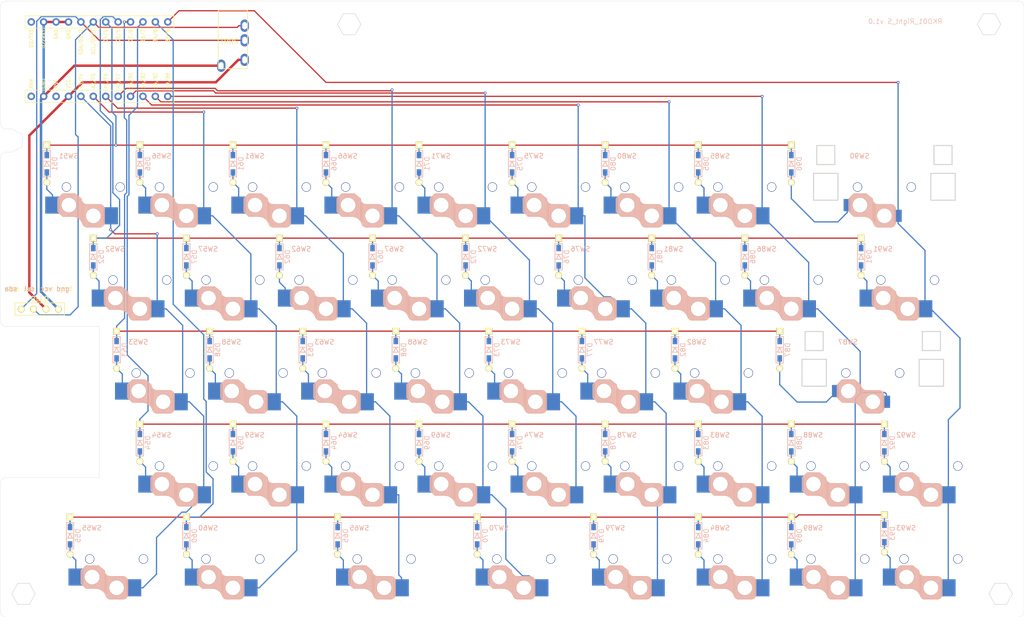
<source format=kicad_pcb>
(kicad_pcb (version 20240108) (generator "pcbnew") (generator_version "8.0")
  (layers (0 "F.Cu" signal) (31 "B.Cu" signal) (34 "B.Paste" user) (35 "F.Paste" user) (36 "B.SilkS" user "B.Silkscreen") (37 "F.SilkS" user "F.Silkscreen") (38 "B.Mask" user) (39 "F.Mask" user) (44 "Edge.Cuts" user))
  (net 0 "")
  (net 1 "Net-(D79-A)")
  (net 2 "Row0")
  (net 3 "Net-(D80-A)")
  (net 4 "Row2")
  (net 5 "Row3")
  (net 6 "Net-(D81-A)")
  (net 7 "Net-(D82-A)")
  (net 8 "Row4")
  (net 9 "Net-(D83-A)")
  (net 10 "Net-(D84-A)")
  (net 11 "Row1")
  (net 12 "Net-(D85-A)")
  (net 13 "Net-(D86-A)")
  (net 14 "Net-(D87-A)")
  (net 15 "Net-(D88-A)")
  (net 16 "Net-(D89-A)")
  (net 17 "Net-(D90-A)")
  (net 18 "Net-(D91-A)")
  (net 19 "Net-(D92-A)")
  (net 20 "Net-(D93-A)")
  (net 21 "Net-(D51-A)")
  (net 22 "Net-(D52-A)")
  (net 23 "Net-(D53-A)")
  (net 24 "Net-(D54-A)")
  (net 25 "Net-(D55-A)")
  (net 26 "Net-(D56-A)")
  (net 27 "Net-(D57-A)")
  (net 28 "Net-(D58-A)")
  (net 29 "Net-(D59-A)")
  (net 30 "Net-(D60-A)")
  (net 31 "Net-(D61-A)")
  (net 32 "Net-(D62-A)")
  (net 33 "Net-(D63-A)")
  (net 34 "Net-(D64-A)")
  (net 35 "Net-(D65-A)")
  (net 36 "Net-(D66-A)")
  (net 37 "Net-(D67-A)")
  (net 38 "Net-(D68-A)")
  (net 39 "Net-(D69-A)")
  (net 40 "Net-(D70-A)")
  (net 41 "Net-(D71-A)")
  (net 42 "Net-(D72-A)")
  (net 43 "Net-(D73-A)")
  (net 44 "Net-(D74-A)")
  (net 45 "Net-(D75-A)")
  (net 46 "Net-(D76-A)")
  (net 47 "SCL")
  (net 48 "VCC")
  (net 49 "GND")
  (net 50 "SDA")
  (net 51 "Col0")
  (net 52 "Col1")
  (net 53 "Col2")
  (net 54 "Col3")
  (net 55 "Col4")
  (net 56 "Col5")
  (net 57 "Col6")
  (net 58 "Col7")
  (net 59 "Col8")
  (net 63 "Net-(D77-A)")
  (net 64 "Net-(D78-A)")
  (footprint "kbd_SW:Choc_Hotswap_2u_Stab" (layer "F.Cu") (at 202.4063 57.15)
    (property "Reference" "SW90")
    (property "Value" "SW_Push" (hide yes))
    (fp_line (start -14.5 -2.8) (end -9.5 -2.8) (stroke (width 0.2)) (layer "Edge.Cuts"))
    (fp_line (start -14.5 2.7) (end -14.5 -2.8) (stroke (width 0.2)) (layer "Edge.Cuts"))
    (fp_line (start -13.85 -8.5) (end -10.15 -8.5) (stroke (width 0.2)) (layer "Edge.Cuts"))
    (fp_line (start -13.85 -4.6) (end -13.85 -8.5) (stroke (width 0.2)) (layer "Edge.Cuts"))
    (fp_line (start -10.15 -8.5) (end -10.15 -4.6) (stroke (width 0.2)) (layer "Edge.Cuts"))
    (fp_line (start -10.15 -4.6) (end -13.85 -4.6) (stroke (width 0.2)) (layer "Edge.Cuts"))
    (fp_line (start -9.5 -2.8) (end -9.5 2.7) (stroke (width 0.2)) (layer "Edge.Cuts"))
    (fp_line (start -9.5 2.7) (end -14.5 2.7) (stroke (width 0.2)) (layer "Edge.Cuts"))
    (fp_line (start 9.5 -2.8) (end 9.5 2.7) (stroke (width 0.2)) (layer "Edge.Cuts"))
    (fp_line (start 9.5 2.7) (end 14.5 2.7) (stroke (width 0.2)) (layer "Edge.Cuts"))
    (fp_line (start 10.15 -8.5) (end 10.15 -4.6) (stroke (width 0.2)) (layer "Edge.Cuts"))
    (fp_line (start 10.15 -4.6) (end 13.85 -4.6) (stroke (width 0.2)) (layer "Edge.Cuts"))
    (fp_line (start 13.85 -8.5) (end 10.15 -8.5) (stroke (width 0.2)) (layer "Edge.Cuts"))
    (fp_line (start 13.85 -8.5) (end 13.85 -4.6) (stroke (width 0.2)) (layer "Edge.Cuts"))
    (fp_line (start 14.5 -2.8) (end 9.5 -2.8) (stroke (width 0.2)) (layer "Edge.Cuts"))
    (fp_line (start 14.5 2.7) (end 14.5 -2.8) (stroke (width 0.2)) (layer "Edge.Cuts"))
  )
  (footprint "kbd_SW:Choc_Hotswap_1u" (layer "F.Cu") (at 97.6313 57.15)
    (property "Reference" "SW66")
    (property "Value" "SW_Push" (hide yes))
  )
  (footprint "kbd_SW:Choc_Hotswap_1u" (layer "F.Cu") (at 192.8813 133.35)
    (property "Reference" "SW89")
    (property "Value" "SW_Push" (hide yes))
  )
  (footprint "kbd_SW:Choc_Hotswap_1u" (layer "F.Cu") (at 207.1688 76.2)
    (property "Reference" "SW91")
    (property "Value" "SW_Push" (hide yes))
  )
  (footprint "kbd_Parts:Diode_TH_SMD" (layer "F.Cu") (at 164.3063 128.5875 -90)
    (property "Reference" "D84")
    (property "Value" "D" (hide yes))
  )
  (footprint "kbd_Parts:Diode_TH_SMD" (layer "F.Cu") (at 78.5813 71.4375 -90)
    (property "Reference" "D62")
    (property "Value" "D" (hide yes))
  )
  (footprint "kbd_Hole:m2_Spacer_Hole_hex" (layer "F.Cu") (at 223.8375 23.8125)
    (property "Reference" "M2")
    (property "Value" "Mark")
    (fp_line (start -2.4 0) (end -1.2 2.15) (stroke (width 0.1)) (layer "Edge.Cuts"))
    (fp_line (start -1.2 -2.15) (end -2.4 0) (stroke (width 0.1)) (layer "Edge.Cuts"))
    (fp_line (start -1.2 2.15) (end 1.2 2.15) (stroke (width 0.1)) (layer "Edge.Cuts"))
    (fp_line (start 1.2 -2.15) (end -1.2 -2.15) (stroke (width 0.1)) (layer "Edge.Cuts"))
    (fp_line (start 1.2 2.15) (end 2.4 0) (stroke (width 0.1)) (layer "Edge.Cuts"))
    (fp_line (start 2.4 0) (end 1.2 -2.15) (stroke (width 0.1)) (layer "Edge.Cuts"))
  )
  (footprint "kbd_Parts:Diode_TH_SMD" (layer "F.Cu") (at 126.2063 52.3875 -90)
    (property "Reference" "D75")
    (property "Value" "D" (hide yes))
  )
  (footprint "kbd_SW:Choc_Hotswap_1u" (layer "F.Cu") (at 173.8313 57.15)
    (property "Reference" "SW85")
    (property "Value" "SW_Push" (hide yes))
  )
  (footprint "kbd_Parts:Diode_TH_SMD" (layer "F.Cu") (at 116.6813 71.4375 -90)
    (property "Reference" "D72")
    (property "Value" "D" (hide yes))
  )
  (footprint "kbd_Parts:Diode_TH_SMD" (layer "F.Cu") (at 121.4438 90.4875 -90)
    (property "Reference" "D73")
    (property "Value" "D" (hide yes))
  )
  (footprint "kbd_SW:Choc_Hotswap_1u" (layer "F.Cu") (at 59.5313 57.15)
    (property "Reference" "SW56")
    (property "Value" "SW_Push" (hide yes))
  )
  (footprint "kbd_Parts:Diode_TH_SMD" (layer "F.Cu") (at 202.4063 109.5375 -90)
    (property "Reference" "D92")
    (property "Value" "D" (hide yes))
  )
  (footprint "kbd_SW:Choc_Hotswap_1u" (layer "F.Cu") (at 211.9313 114.3)
    (property "Reference" "SW92")
    (property "Value" "SW_Push" (hide yes))
  )
  (footprint "kbd_Parts:Diode_TH_SMD" (layer "F.Cu") (at 102.3938 90.4875 -90)
    (property "Reference" "D68")
    (property "Value" "D" (hide yes))
  )
  (footprint "kbd_SW:Choc_Hotswap_1u" (layer "F.Cu") (at 45.2438 133.35)
    (property "Reference" "SW55")
    (property "Value" "SW_Push" (hide yes))
  )
  (footprint "kbd_Parts:Diode_TH_SMD" (layer "F.Cu") (at 180.9751 90.4875 -90)
    (property "Reference" "D87")
    (property "Value" "D" (hide yes))
  )
  (footprint "kbd_SW:Choc_Hotswap_1u" (layer "F.Cu") (at 130.9688 95.25)
    (property "Reference" "SW73")
    (property "Value" "SW_Push" (hide yes))
  )
  (footprint "kbd_SW:Choc_Hotswap_1u" (layer "F.Cu") (at 50.0063 76.2)
    (property "Reference" "SW52")
    (property "Value" "SW_Push" (hide yes))
  )
  (footprint "kbd_SW:Choc_Hotswap_1u" (layer "F.Cu") (at 100.0126 133.35)
    (property "Reference" "SW65")
    (property "Value" "SW_Push" (hide yes))
  )
  (footprint "kbd_Parts:Diode_TH_SMD" (layer "F.Cu") (at 83.3438 90.4875 -90)
    (property "Reference" "D63")
    (property "Value" "D" (hide yes))
  )
  (footprint "kbd_SW:Choc_Hotswap_1u" (layer "F.Cu") (at 69.0563 76.2)
    (property "Reference" "SW57")
    (property "Value" "SW_Push" (hide yes))
  )
  (footprint "kbd_Parts:Diode_TH_SMD" (layer "F.Cu") (at 40.4813 71.4375 -90)
    (property "Reference" "D52")
    (property "Value" "D" (hide yes))
  )
  (footprint "kbd_SW:Choc_Hotswap_1u" (layer "F.Cu") (at 126.2063 76.2)
    (property "Reference" "SW72")
    (property "Value" "SW_Push" (hide yes))
  )
  (footprint "kbd_SW:Choc_Hotswap_1u" (layer "F.Cu") (at 78.5813 57.15)
    (property "Reference" "SW61")
    (property "Value" "SW_Push" (hide yes))
  )
  (footprint "kbd_SW:Choc_Hotswap_1u" (layer "F.Cu") (at 111.9188 95.25)
    (property "Reference" "SW68")
    (property "Value" "SW_Push" (hide yes))
  )
  (footprint "kbd_Parts:Diode_TH_SMD" (layer "F.Cu") (at 173.8313 71.4375 -90)
    (property "Reference" "D86")
    (property "Value" "D" (hide yes))
  )
  (footprint "kbd_Parts:Diode_TH_SMD" (layer "F.Cu") (at 50.0063 52.3875 -90)
    (property "Reference" "D56")
    (property "Value" "D" (hide yes))
  )
  (footprint "kbd_SW:Choc_Hotswap_1u" (layer "F.Cu") (at 116.6813 114.3)
    (property "Reference" "SW69")
    (property "Value" "SW_Push" (hide yes))
  )
  (footprint "kbd_SW:Choc_Hotswap_1u" (layer "F.Cu") (at 164.3063 76.2)
    (property "Reference" "SW81")
    (property "Value" "SW_Push" (hide yes))
  )
  (footprint "kbd_SW:Choc_Hotswap_1u" (layer "F.Cu") (at 54.7688 95.25)
    (property "Reference" "SW53")
    (property "Value" "SW_Push" (hide yes))
  )
  (footprint "kbd_Parts:Diode_TH_SMD" (layer "F.Cu") (at 107.1563 52.3875 -90)
    (property "Reference" "D71")
    (property "Value" "D" (hide yes))
  )
  (footprint "kbd_SW:Choc_Hotswap_1u" (layer "F.Cu") (at 150.0188 95.25)
    (property "Reference" "SW77")
    (property "Value" "SW_Push" (hide yes))
  )
  (footprint "kbd_SW:Choc_Hotswap_1u" (layer "F.Cu") (at 173.8313 114.3)
    (property "Reference" "SW83")
    (property "Value" "SW_Push" (hide yes))
  )
  (footprint "kbd_SW:Choc_Hotswap_1u" (layer "F.Cu") (at 135.7313 57.15)
    (property "Reference" "SW75")
    (property "Value" "SW_Push" (hide yes))
  )
  (footprint "kbd_Parts:Diode_TH_SMD" (layer "F.Cu") (at 90.4876 128.5875 -90)
    (property "Reference" "D65")
    (property "Value" "D" (hide yes))
  )
  (footprint "kbd_SW:Choc_Hotswap_1u" (layer "F.Cu") (at 59.5313 114.3)
    (property "Reference" "SW54")
    (property "Value" "SW_Push" (hide yes))
  )
  (footprint "kbd_SW:Choc_Hotswap_1u" (layer "F.Cu") (at 73.8188 95.25)
    (property "Reference" "SW58")
    (property "Value" "SW_Push" (hide yes))
  )
  (footprint "kbd_SW:Choc_Hotswap_1u" (layer "F.Cu") (at 211.9313 133.35)
    (property "Reference" "SW93")
    (property "Value" "SW_Push" (hide yes))
  )
  (footprint "kbd_Parts:Diode_TH_SMD" (layer "F.Cu") (at 64.2938 90.4875 -90)
    (property "Reference" "D58")
    (property "Value" "D" (hide yes))
  )
  (footprint "kbd_Parts:Diode_TH_SMD" (layer "F.Cu") (at 107.1563 109.5375 -90)
    (property "Reference" "D69")
    (property "Value" "D" (hide yes))
  )
  (footprint "kbd_Parts:Diode_TH_SMD" (layer "F.Cu") (at 30.9563 52.3875 -90)
    (property "Reference" "D51")
    (property "Value" "D" (hide yes))
  )
  (footprint "kbd_Parts:Diode_TH_SMD" (layer "F.Cu") (at 69.0563 52.3875 -90)
    (property "Reference" "D61")
    (property "Value" "D" (hide yes))
  )
  (footprint "kbd_Parts:Diode_TH_SMD" (layer "F.Cu") (at 154.7813 71.4375 -90)
    (property "Reference" "D81")
    (property "Value" "D" (hide yes))
  )
  (footprint "kbd_Parts:Diode_TH_SMD" (layer "F.Cu") (at 164.3063 109.5375 -90)
    (property "Reference" "D83")
    (property "Value" "D" (hide yes))
  )
  (footprint "kbd_SW:Choc_Hotswap_2u_Stab" (layer "F.Cu") (at 200.0251 95.25)
    (property "Reference" "SW87")
    (property "Value" "SW_Push" (hide yes))
    (fp_line (start -14.5 -2.8) (end -9.5 -2.8) (stroke (width 0.2)) (layer "Edge.Cuts"))
    (fp_line (start -14.5 2.7) (end -14.5 -2.8) (stroke (width 0.2)) (layer "Edge.Cuts"))
    (fp_line (start -13.85 -8.5) (end -10.15 -8.5) (stroke (width 0.2)) (layer "Edge.Cuts"))
    (fp_line (start -13.85 -4.6) (end -13.85 -8.5) (stroke (width 0.2)) (layer "Edge.Cuts"))
    (fp_line (start -10.15 -8.5) (end -10.15 -4.6) (stroke (width 0.2)) (layer "Edge.Cuts"))
    (fp_line (start -10.15 -4.6) (end -13.85 -4.6) (stroke (width 0.2)) (layer "Edge.Cuts"))
    (fp_line (start -9.5 -2.8) (end -9.5 2.7) (stroke (width 0.2)) (layer "Edge.Cuts"))
    (fp_line (start -9.5 2.7) (end -14.5 2.7) (stroke (width 0.2)) (layer "Edge.Cuts"))
    (fp_line (start 9.5 -2.8) (end 9.5 2.7) (stroke (width 0.2)) (layer "Edge.Cuts"))
    (fp_line (start 9.5 2.7) (end 14.5 2.7) (stroke (width 0.2)) (layer "Edge.Cuts"))
    (fp_line (start 10.15 -8.5) (end 10.15 -4.6) (stroke (width 0.2)) (layer "Edge.Cuts"))
    (fp_line (start 10.15 -4.6) (end 13.85 -4.6) (stroke (width 0.2)) (layer "Edge.Cuts"))
    (fp_line (start 13.85 -8.5) (end 10.15 -8.5) (stroke (width 0.2)) (layer "Edge.Cuts"))
    (fp_line (start 13.85 -8.5) (end 13.85 -4.6) (stroke (width 0.2)) (layer "Edge.Cuts"))
    (fp_line (start 14.5 -2.8) (end 9.5 -2.8) (stroke (width 0.2)) (layer "Edge.Cuts"))
    (fp_line (start 14.5 2.7) (end 14.5 -2.8) (stroke (width 0.2)) (layer "Edge.Cuts"))
  )
  (footprint "kbd_SW:Choc_Hotswap_1u" (layer "F.Cu") (at 92.8688 95.25)
    (property "Reference" "SW63")
    (property "Value" "SW_Push" (hide yes))
  )
  (footprint "kbd_Parts:Diode_TH_SMD" (layer "F.Cu") (at 135.7313 71.4375 -90)
    (property "Reference" "D76")
    (property "Value" "D" (hide yes))
  )
  (footprint "kbd_SW:Choc_Hotswap_1u" (layer "F.Cu") (at 154.7813 57.15)
    (property "Reference" "SW80")
    (property "Value" "SW_Push" (hide yes))
  )
  (footprint "kbd_SW:Choc_Hotswap_1u" (layer "F.Cu") (at 183.3563 76.2)
    (property "Reference" "SW86")
    (property "Value" "SW_Push" (hide yes))
  )
  (footprint "kbd_SW:Choc_Hotswap_1u" (layer "F.Cu") (at 107.1563 76.2)
    (property "Reference" "SW67")
    (property "Value" "SW_Push" (hide yes))
  )
  (footprint "kbd_Parts:Diode_TH_SMD" (layer "F.Cu") (at 97.6313 71.4375 -90)
    (property "Reference" "D67")
    (property "Value" "D" (hide yes))
  )
  (footprint "kbd_Parts:Diode_TH_SMD" (layer "F.Cu") (at 119.0626 128.5875 -90)
    (property "Reference" "D70")
    (property "Value" "D" (hide yes))
  )
  (footprint "kbd_Parts:Diode_TH_SMD" (layer "F.Cu") (at 197.6438 71.4375 -90)
    (property "Reference" "D91")
    (property "Value" "D" (hide yes))
  )
  (footprint "kbd_SW:Choc_Hotswap_1u" (layer "F.Cu") (at 145.2563 76.2)
    (property "Reference" "SW76")
    (property "Value" "SW_Push" (hide yes))
  )
  (footprint "kbd_Parts:Diode_TH_SMD" (layer "F.Cu") (at 59.5313 71.4375 -90)
    (property "Reference" "D57")
    (property "Value" "D" (hide yes))
  )
  (footprint "kbd_SW:Choc_Hotswap_1u" (layer "F.Cu") (at 40.4813 57.15)
    (property "Reference" "SW51")
    (property "Value" "SW_Push" (hide yes))
  )
  (footprint "kbd_SW:Choc_Hotswap_1u" (layer "F.Cu") (at 169.0688 95.25)
    (property "Reference" "SW82")
    (property "Value" "SW_Push" (hide yes))
  )
  (footprint "kbd_SW:Choc_Hotswap_1u" (layer "F.Cu") (at 78.5813 114.3)
    (property "Reference" "SW59")
    (property "Value" "SW_Push" (hide yes))
  )
  (footprint "kbd_Parts:Diode_TH_SMD" (layer "F.Cu") (at 140.4938 90.4875 -90)
    (property "Reference" "D77")
    (property "Value" "D" (hide yes))
  )
  (footprint "kbd_SW:Choc_Hotswap_1u" (layer "F.Cu") (at 116.6813 57.15)
    (property "Reference" "SW71")
    (property "Value" "SW_Push" (hide yes))
  )
  (footprint "kbd_SW:Choc_Hotswap_1u" (layer "F.Cu") (at 154.7813 114.3)
    (property "Reference" "SW78")
    (property "Value" "SW_Push" (hide yes))
  )
  (footprint "kbd_SW:Choc_Hotswap_1u" (layer "F.Cu") (at 135.7313 114.3)
    (property "Reference" "SW74")
    (property "Value" "SW_Push" (hide yes))
  )
  (footprint "kbd_Hole:m2_Screw_Hole" (layer "F.Cu") (at 83.34375 26.1937)
    (property "Reference" "M5")
    (property "Value" "Mark")
  )
  (footprint "kbd_SW:Choc_Hotswap_1u" (layer "F.Cu") (at 152.4001 133.35)
    (property "Reference" "SW79")
    (property "Value" "SW_Push" (hide yes))
  )
  (footprint "kbd_Hole:m2_Spacer_Hole_hex" (layer "F.Cu") (at 226.2188 140.4937)
    (property "Reference" "M4")
    (property "Value" "Mark")
    (fp_line (start -2.4 0) (end -1.2 2.15) (stroke (width 0.1)) (layer "Edge.Cuts"))
    (fp_line (start -1.2 -2.15) (end -2.4 0) (stroke (width 0.1)) (layer "Edge.Cuts"))
    (fp_line (start -1.2 2.15) (end 1.2 2.15) (stroke (width 0.1)) (layer "Edge.Cuts"))
    (fp_line (start 1.2 -2.15) (end -1.2 -2.15) (stroke (width 0.1)) (layer "Edge.Cuts"))
    (fp_line (start 1.2 2.15) (end 2.4 0) (stroke (width 0.1)) (layer "Edge.Cuts"))
    (fp_line (start 2.4 0) (end 1.2 -2.15) (stroke (width 0.1)) (layer "Edge.Cuts"))
  )
  (footprint "kbd_SW:Choc_Hotswap_1u" (layer "F.Cu") (at 173.8313 133.35)
    (property "Reference" "SW84")
    (property "Value" "SW_Push" (hide yes))
  )
  (footprint "kbd_Parts:Diode_TH_SMD" (layer "F.Cu") (at 183.3563 109.5375 -90)
    (property "Reference" "D88")
    (property "Value" "D" (hide yes))
  )
  (footprint "kbd_SW:Choc_Hotswap_1u" (layer "F.Cu") (at 88.1063 76.2)
    (property "Reference" "SW62")
    (property "Value" "SW_Push" (hide yes))
  )
  (footprint "kbd_SW:Choc_Hotswap_1u" (layer "F.Cu") (at 69.0563 133.35)
    (property "Reference" "SW60")
    (property "Value" "SW_Push" (hide yes))
  )
  (footprint "kbd_SW:Choc_Hotswap_1u" (layer "F.Cu") (at 192.8813 114.3)
    (property "Reference" "SW88")
    (property "Value" "SW_Push" (hide yes))
  )
  (footprint "kbd_Parts:Diode_TH_SMD" (layer "F.Cu") (at 88.1063 109.5375 -90)
    (property "Reference" "D64")
    (property "Value" "D" (hide yes))
  )
  (footprint "kbd_Parts:Diode_TH_SMD" (layer "F.Cu") (at 159.5438 90.4875 -90)
    (property "Reference" "D82")
    (property "Value" "D" (hide yes))
  )
  (footprint "kbd_Parts:Diode_TH_SMD" (layer "F.Cu") (at 69.0563 109.5375 -90)
    (property "Reference" "D59")
    (property "Value" "D" (hide yes))
  )
  (footprint "BrownSugar_KBD:TRRS_PJ-320A" (layer "F.Cu") (at 69.0563 20.8987)
    (property "Reference" "J2")
    (property "Value" "TRRS" (hide yes))
  )
  (footprint "kbd_Parts:Diode_TH_SMD" (layer "F.Cu") (at 183.3563 52.3875 -90)
    (property "Reference" "D90")
    (property "Value" "D" (hide yes))
  )
  (footprint "kbd_Parts:Diode_TH_SMD" (layer "F.Cu") (at 50.0063 109.5375 -90)
    (property "Reference" "D54")
    (property "Value" "D" (hide yes))
  )
  (footprint "kbd_SW:Choc_Hotswap_1u" (layer "F.Cu") (at 97.6313 114.3)
    (property "Reference" "SW64")
    (property "Value" "SW_Push" (hide yes))
  )
  (footprint "kbd_Parts:Diode_TH_SMD" (layer "F.Cu") (at 183.3563 128.5875 -90)
    (property "Reference" "D89")
    (property "Value" "D" (hide yes))
  )
  (footprint "kbd_Parts:Diode_TH_SMD" (layer "F.Cu") (at 145.2563 52.3875 -90)
    (property "Reference" "D80")
    (property "Value" "D" (hide yes))
  )
  (footprint "kbd_Parts:Diode_TH_SMD" (layer "F.Cu") (at 88.1063 52.3875 -90)
    (property "Reference" "D66")
    (property "Value" "D" (hide yes))
  )
  (footprint "kbd_Parts:Diode_TH_SMD" (layer "F.Cu") (at 45.2438 90.4875 -90)
    (property "Reference" "D53")
    (property "Value" "D" (hide yes))
  )
  (footprint "kbd_Parts:Diode_TH_SMD" (layer "F.Cu") (at 164.3063 52.3875 -90)
    (property "Reference" "D85")
    (property "Value" "D" (hide yes))
  )
  (footprint "kbd_Parts:Diode_TH_SMD" (layer "F.Cu") (at 59.5313 128.5875 -90)
    (property "Reference" "D60")
    (property "Value" "D" (hide yes))
  )
  (footprint "kbd_Parts:Diode_TH_SMD" (layer "F.Cu") (at 35.7188 128.5875 -90)
    (property "Reference" "D55")
    (property "Value" "D" (hide yes))
  )
  (footprint "kbd_Parts:Diode_TH_SMD" (layer "F.Cu") (at 142.8751 128.5875 -90)
    (property "Reference" "D79")
    (property "Value" "D" (hide yes))
  )
  (footprint "kbd_Hole:m2_Screw_Hole" (layer "F.Cu") (at 83.34375 35.7187)
    (property "Reference" "M6")
    (property "Value" "Mark")
  )
  (footprint "kbd_Hole:m2_Spacer_Hole_hex" (layer "F.Cu") (at 92.86875 23.8125)
    (property "Reference" "M1")
    (property "Value" "Mark")
    (fp_line (start -2.4 0) (end -1.2 2.15) (stroke (width 0.1)) (layer "Edge.Cuts"))
    (fp_line (start -1.2 -2.15) (end -2.4 0) (stroke (width 0.1)) (layer "Edge.Cuts"))
    (fp_line (start -1.2 2.15) (end 1.2 2.15) (stroke (width 0.1)) (layer "Edge.Cuts"))
    (fp_line (start 1.2 -2.15) (end -1.2 -2.15) (stroke (width 0.1)) (layer "Edge.Cuts"))
    (fp_line (start 1.2 2.15) (end 2.4 0) (stroke (width 0.1)) (layer "Edge.Cuts"))
    (fp_line (start 2.4 0) (end 1.2 -2.15) (stroke (width 0.1)) (layer "Edge.Cuts"))
  )
  (footprint "kbd_Parts:OLED" (layer "F.Cu") (at 25.7175 82.153125)
    (property "Reference" "P1")
    (property "Value" "pointing" (hide yes))
  )
  (footprint "kbd_Hole:m2_Spacer_Hole_hex" (layer "F.Cu") (at 26.1938 140.4937)
    (property "Reference" "M3")
    (property "Value" "Mark")
    (fp_line (start -2.4 0) (end -1.2 2.15) (stroke (width 0.1)) (layer "Edge.Cuts"))
    (fp_line (start -1.2 -2.15) (end -2.4 0) (stroke (width 0.1)) (layer "Edge.Cuts"))
    (fp_line (start -1.2 2.15) (end 1.2 2.15) (stroke (width 0.1)) (layer "Edge.Cuts"))
    (fp_line (start 1.2 -2.15) (end -1.2 -2.15) (stroke (width 0.1)) (layer "Edge.Cuts"))
    (fp_line (start 1.2 2.15) (end 2.4 0) (stroke (width 0.1)) (layer "Edge.Cuts"))
    (fp_line (start 2.4 0) (end 1.2 -2.15) (stroke (width 0.1)) (layer "Edge.Cuts"))
  )
  (footprint "kbd_Parts:Diode_TH_SMD" (layer "F.Cu") (at 202.4063 128.1245 -90)
    (property "Reference" "D93")
    (property "Value" "D" (hide yes))
  )
  (footprint "kbd_SW:Choc_Hotswap_1u" (layer "F.Cu") (at 128.5876 133.35)
    (property "Reference" "SW70")
    (property "Value" "SW_Push" (hide yes))
  )
  (footprint "kbd_Parts:Diode_TH_SMD" (layer "F.Cu") (at 145.2563 109.5375 -90)
    (property "Reference" "D78")
    (property "Value" "D" (hide yes))
  )
  (footprint "kbd_Parts:Diode_TH_SMD" (layer "F.Cu") (at 126.2063 109.5375 -90)
    (property "Reference" "D74")
    (property "Value" "D" (hide yes))
  )
  (footprint "BrownSugar_KBD:ProMicro_r" (layer "F.Cu") (at 40.4813 30.9562 90)
    (property "Reference" "U2" (hide yes))
    (property "Value" "ProMicro" (hide yes))
  )
  (gr_line (start 229.790625 145.25625) (end 22.621875 145.25625) (stroke (width 0.05)) (layer "Edge.Cuts"))
  (gr_line (start 21.43125 51.196875) (end 21.43125 84.534375) (stroke (width 0.05)) (layer "Edge.Cuts"))
  (gr_arc (start 21.43125 117.87187) (mid 21.779977 117.029972) (end 22.621875 116.681245) (stroke (width 0.05)) (layer "Edge.Cuts"))
  (gr_arc (start 22.621875 85.725) (mid 21.779976 85.376274) (end 21.43125 84.534375) (stroke (width 0.05)) (layer "Edge.Cuts"))
  (gr_line (start 22.621875 45.24375) (end 23.8125 45.24375) (stroke (width 0.05)) (layer "Edge.Cuts"))
  (gr_line (start 25.9625 46.425) (end 25.9625 48.825) (stroke (width 0.05)) (layer "Edge.Cuts"))
  (gr_line (start 23.8125 45.24375) (end 25.9625 46.425) (stroke (width 0.05)) (layer "Edge.Cuts"))
  (gr_line (start 21.43125 144.065625) (end 21.43125 117.87187) (stroke (width 0.05)) (layer "Edge.Cuts"))
  (gr_line (start 22.621875 85.725) (end 41.671875 85.725) (stroke (width 0.05)) (layer "Edge.Cuts"))
  (gr_line (start 230.98125 20.240625) (end 230.98125 144.065625) (stroke (width 0.05)) (layer "Edge.Cuts"))
  (gr_arc (start 229.790625 19.05) (mid 230.632524 19.398726) (end 230.98125 20.240625) (stroke (width 0.05)) (layer "Edge.Cuts"))
  (gr_line (start 229.790625 19.05) (end 22.621875 19.05005) (stroke (width 0.05)) (layer "Edge.Cuts"))
  (gr_line (start 21.4312 20.240625) (end 21.43125 44.053125) (stroke (width 0.05)) (layer "Edge.Cuts"))
  (gr_line (start 41.671875 85.725) (end 41.671875 116.68125) (stroke (width 0.05)) (layer "Edge.Cuts"))
  (gr_arc (start 21.4313 20.240625) (mid 21.780011 19.398761) (end 22.621875 19.05005) (stroke (width 0.05)) (layer "Edge.Cuts"))
  (gr_line (start 25.9625 48.825) (end 23.8125 50.00625) (stroke (width 0.05)) (layer "Edge.Cuts"))
  (gr_arc (start 230.98125 144.065625) (mid 230.632524 144.907524) (end 229.790625 145.25625) (stroke (width 0.05)) (layer "Edge.Cuts"))
  (gr_line (start 22.621875 116.68125) (end 41.671875 116.68125) (stroke (width 0.05)) (layer "Edge.Cuts"))
  (gr_line (start 23.8125 50.00625) (end 22.621875 50.00625) (stroke (width 0.05)) (layer "Edge.Cuts"))
  (gr_arc (start 22.621875 45.24375) (mid 21.779976 44.895024) (end 21.43125 44.053125) (stroke (width 0.05)) (layer "Edge.Cuts"))
  (gr_arc (start 22.621875 145.25625) (mid 21.779976 144.907524) (end 21.43125 144.065625) (stroke (width 0.05)) (layer "Edge.Cuts"))
  (gr_arc (start 21.43125 51.196875) (mid 21.779976 50.354976) (end 22.621875 50.00625) (stroke (width 0.05)) (layer "Edge.Cuts"))
  (gr_text "RKD01_Right_S v1.0" (at 214.3125 23.8125 0) (layer "B.SilkS") (effects (font (size 1 1) (thickness 0.1)) (justify left bottom mirror)))
  (gr_text "vcc" (at 32.146875 78.5813 0) (layer "B.SilkS") (effects (font (size 1 1)) (justify left bottom mirror)))
  (gr_text "sda" (at 25.003125 78.5813 0) (layer "B.SilkS") (effects (font (size 1 1)) (justify left bottom mirror)))
  (gr_text "gnd" (at 35.71875 78.5813 0) (layer "B.SilkS") (effects (font (size 1 1)) (justify left bottom mirror)))
  (gr_text "scl" (at 28.575 78.5813 0) (layer "B.SilkS") (effects (font (size 1 1)) (justify left bottom mirror)))
  (gr_text "gnd" (at 33.3375 78.5813 0) (layer "F.SilkS") (effects (font (size 1 1)) (justify left bottom)))
  (gr_text "sda" (at 22.621875 78.5813 0) (layer "F.SilkS") (effects (font (size 1 1)) (justify left bottom)))
  (gr_text "vcc" (at 29.765625 78.5813 0) (layer "F.SilkS") (effects (font (size 1 1)) (justify left bottom)))
  (gr_text "scl" (at 26.19375 78.5813 0) (layer "F.SilkS") (effects (font (size 1 1)) (justify left bottom)))
  (segment (start 144.0501 133.5725) (end 144.0501 137.05) (width 0.25) (layer "B.Cu") (net 1))
  (segment (start 142.8751 132.3975) (end 144.0501 133.5725) (width 0.25) (layer "B.Cu") (net 1))
  (segment (start 142.8751 132.3975) (end 142.8751 130.3625) (width 0.25) (layer "B.Cu") (net 1))
  (segment (start 164.3063 48.5775) (end 145.2563 48.5775) (width 0.25) (layer "F.Cu") (net 2))
  (segment (start 45.1092 48.5775) (end 50.0063 48.5775) (width 0.25) (layer "F.Cu") (net 2))
  (segment (start 145.2563 48.5775) (end 126.2063 48.5775) (width 0.25) (layer "F.Cu") (net 2))
  (segment (start 69.0563 48.5775) (end 50.0063 48.5775) (width 0.25) (layer "F.Cu") (net 2))
  (segment (start 88.1063 48.5775) (end 69.0563 48.5775) (width 0.25) (layer "F.Cu") (net 2))
  (segment (start 107.1563 48.5775) (end 126.2063 48.5775) (width 0.25) (layer "F.Cu") (net 2))
  (segment (start 30.9563 48.5775) (end 45.1092 48.5775) (width 0.25) (layer "F.Cu") (net 2))
  (segment (start 88.1063 48.5775) (end 107.1563 48.5775) (width 0.25) (layer "F.Cu") (net 2))
  (segment (start 164.3063 48.5775) (end 183.3563 48.5775) (width 0.25) (layer "F.Cu") (net 2))
  (via (at 45.1092 48.5775) (size 0.6) (drill 0.3) (layers "F.Cu" "B.Cu") (net 2))
  (segment (start 43.0213 23.3362) (end 44.2913 24.6062) (width 0.25) (layer "B.Cu") (net 2))
  (segment (start 69.0563 50.6125) (end 69.0563 48.5775) (width 0.25) (layer "B.Cu") (net 2))
  (segment (start 126.2063 50.6125) (end 126.2063 48.5775) (width 0.25) (layer "B.Cu") (net 2))
  (segment (start 183.3563 50.6125) (end 183.3563 48.5775) (width 0.25) (layer "B.Cu") (net 2))
  (segment (start 44.2913 24.6062) (end 44.2913 41.7918) (width 0.25) (layer "B.Cu") (net 2))
  (segment (start 88.1063 50.6125) (end 88.1063 48.5775) (width 0.25) (layer "B.Cu") (net 2))
  (segment (start 44.2913 41.7918) (end 45.1092 42.6097) (width 0.25) (layer "B.Cu") (net 2))
  (segment (start 164.3063 50.6125) (end 164.3063 48.5775) (width 0.25) (layer "B.Cu") (net 2))
  (segment (start 145.2563 50.6125) (end 145.2563 48.5775) (width 0.25) (layer "B.Cu") (net 2))
  (segment (start 50.0063 50.6125) (end 50.0063 48.5775) (width 0.25) (layer "B.Cu") (net 2))
  (segment (start 45.1092 42.6097) (end 45.1092 48.5775) (width 0.25) (layer "B.Cu") (net 2))
  (segment (start 107.1563 50.6125) (end 107.1563 48.5775) (width 0.25) (layer "B.Cu") (net 2))
  (segment (start 30.9563 50.6125) (end 30.9563 48.5775) (width 0.25) (layer "B.Cu") (net 2))
  (segment (start 146.4313 57.3725) (end 146.4313 60.85) (width 0.25) (layer "B.Cu") (net 3))
  (segment (start 145.2563 56.1975) (end 146.4313 57.3725) (width 0.25) (layer "B.Cu") (net 3))
  (segment (start 145.2563 56.1975) (end 145.2563 54.1625) (width 0.25) (layer "B.Cu") (net 3))
  (segment (start 140.4938 86.6775) (end 121.4438 86.6775) (width 0.25) (layer "F.Cu") (net 4))
  (segment (start 180.9751 86.6775) (end 159.5438 86.6775) (width 0.25) (layer "F.Cu") (net 4))
  (segment (start 159.5438 86.6775) (end 140.4938 86.6775) (width 0.25) (layer "F.Cu") (net 4))
  (segment (start 48.1013 23.3362) (end 46.8313 23.3362) (width 0.25) (layer "F.Cu") (net 4))
  (segment (start 102.3938 86.6775) (end 121.4438 86.6775) (width 0.25) (layer "F.Cu") (net 4))
  (segment (start 64.2938 86.6775) (end 83.3438 86.6775) (width 0.25) (layer "F.Cu") (net 4))
  (segment (start 45.2438 86.6775) (end 64.2938 86.6775) (width 0.25) (layer "F.Cu") (net 4))
  (segment (start 83.3438 86.6775) (end 102.3938 86.6775) (width 0.25) (layer "F.Cu") (net 4))
  (via (at 46.8313 23.3362) (size 0.6) (drill 0.3) (layers "F.Cu" "B.Cu") (net 4))
  (segment (start 159.5438 88.7125) (end 159.5438 86.6775) (width 0.25) (layer "B.Cu") (net 4))
  (segment (start 45.2438 86.6775) (end 45.2438 85.6523) (width 0.25) (layer "B.Cu") (net 4))
  (segment (start 47.3113 43.4462) (end 46.8313 42.9662) (width 0.25) (layer "B.Cu") (net 4))
  (segment (start 64.2938 88.7125) (end 64.2938 86.6775) (width 0.25) (layer "B.Cu") (net 4))
  (segment (start 45.2438 85.6523) (end 46.883 84.0131) (width 0.25) (layer "B.Cu") (net 4))
  (segment (start 46.883 58.7412) (end 47.3113 58.3129) (width 0.25) (layer "B.Cu") (net 4))
  (segment (start 83.3438 88.7125) (end 83.3438 86.6775) (width 0.25) (layer "B.Cu") (net 4))
  (segment (start 46.883 84.0131) (end 46.883 58.7412) (width 0.25) (layer "B.Cu") (net 4))
  (segment (start 45.2438 88.7125) (end 45.2438 86.6775) (width 0.25) (layer "B.Cu") (net 4))
  (segment (start 121.4438 88.7125) (end 121.4438 86.6775) (width 0.25) (layer "B.Cu") (net 4))
  (segment (start 46.8313 42.9662) (end 46.8313 23.3362) (width 0.25) (layer "B.Cu") (net 4))
  (segment (start 140.4938 88.7125) (end 140.4938 86.6775) (width 0.25) (layer "B.Cu") (net 4))
  (segment (start 180.9751 88.7125) (end 180.9751 86.6775) (width 0.25) (layer "B.Cu") (net 4))
  (segment (start 102.3938 88.7125) (end 102.3938 86.6775) (width 0.25) (layer "B.Cu") (net 4))
  (segment (start 47.3113 58.3129) (end 47.3113 43.4462) (width 0.25) (layer "B.Cu") (net 4))
  (segment (start 164.3063 105.7275) (end 145.2563 105.7275) (width 0.25) (layer "F.Cu") (net 5))
  (segment (start 126.2063 105.7275) (end 107.1563 105.7275) (width 0.25) (layer "F.Cu") (net 5))
  (segment (start 50.0063 105.7275) (end 69.0563 105.7275) (width 0.25) (layer "F.Cu") (net 5))
  (segment (start 88.1063 105.7275) (end 107.1563 105.7275) (width 0.25) (layer "F.Cu") (net 5))
  (segment (start 183.3563 105.7275) (end 202.4063 105.7275) (width 0.25) (layer "F.Cu") (net 5))
  (segment (start 145.2563 105.7275) (end 126.2063 105.7275) (width 0.25) (layer "F.Cu") (net 5))
  (segment (start 164.3063 105.7275) (end 183.3563 105.7275) (width 0.25) (layer "F.Cu") (net 5))
  (segment (start 69.0563 105.7275) (end 88.1063 105.7275) (width 0.25) (layer "F.Cu") (net 5))
  (segment (start 88.1063 107.7625) (end 88.1063 105.7275) (width 0.25) (layer "B.Cu") (net 5))
  (segment (start 50.0063 107.7625) (end 50.0063 105.7275) (width 0.25) (layer "B.Cu") (net 5))
  (segment (start 69.0563 107.7625) (end 69.0563 105.7275) (width 0.25) (layer "B.Cu") (net 5))
  (segment (start 51.6775 95.8005) (end 47.4239 91.5469) (width 0.25) (layer "B.Cu") (net 5))
  (segment (start 183.3563 107.7625) (end 183.3563 105.7275) (width 0.25) (layer "B.Cu") (net 5))
  (segment (start 47.7774 42.4599) (end 49.5306 40.7067) (width 0.25) (layer "B.Cu") (net 5))
  (segment (start 50.0063 104.7023) (end 51.6775 103.0311) (width 0.25) (layer "B.Cu") (net 5))
  (segment (start 49.5306 40.7067) (end 49.5306 24.4469) (width 0.25) (layer "B.Cu") (net 5))
  (segment (start 164.3063 107.7625) (end 164.3063 105.7275) (width 0.25) (layer "B.Cu") (net 5))
  (segment (start 47.4239 59.0643) (end 47.7774 58.7108) (width 0.25) (layer "B.Cu") (net 5))
  (segment (start 145.2563 107.7625) (end 145.2563 105.7275) (width 0.25) (layer "B.Cu") (net 5))
  (segment (start 50.0063 105.7275) (end 50.0063 104.7023) (width 0.25) (layer "B.Cu") (net 5))
  (segment (start 51.6775 103.0311) (end 51.6775 95.8005) (width 0.25) (layer "B.Cu") (net 5))
  (segment (start 107.1563 107.7625) (end 107.1563 105.7275) (width 0.25) (layer "B.Cu") (net 5))
  (segment (start 47.7774 58.7108) (end 47.7774 42.4599) (width 0.25) (layer "B.Cu") (net 5))
  (segment (start 49.5306 24.4469) (end 50.6413 23.3362) (width 0.25) (layer "B.Cu") (net 5))
  (segment (start 126.2063 107.7625) (end 126.2063 105.7275) (width 0.25) (layer "B.Cu") (net 5))
  (segment (start 47.4239 91.5469) (end 47.4239 59.0643) (width 0.25) (layer "B.Cu") (net 5))
  (segment (start 202.4063 107.7625) (end 202.4063 105.7275) (width 0.25) (layer "B.Cu") (net 5))
  (segment (start 154.7813 75.2475) (end 154.7813 73.2125) (width 0.25) (layer "B.Cu") (net 6))
  (segment (start 155.9563 76.4225) (end 155.9563 79.9) (width 0.25) (layer "B.Cu") (net 6))
  (segment (start 154.7813 75.2475) (end 155.9563 76.4225) (width 0.25) (layer "B.Cu") (net 6))
  (segment (start 159.5438 94.2975) (end 160.7188 95.4725) (width 0.25) (layer "B.Cu") (net 7))
  (segment (start 159.5438 94.2975) (end 159.5438 92.2625) (width 0.25) (layer "B.Cu") (net 7))
  (segment (start 160.7188 95.4725) (end 160.7188 98.95) (width 0.25) (layer "B.Cu") (net 7))
  (segment (start 59.5313 124.7775) (end 90.4876 124.7775) (width 0.25) (layer "F.Cu") (net 8))
  (segment (start 202.4063 124.3145) (end 184.8445 124.3145) (width 0.25) (layer "F.Cu") (net 8))
  (segment (start 35.7188 124.7775) (end 59.5313 124.7775) (width 0.25) (layer "F.Cu") (net 8))
  (segment (start 119.0626 124.7775) (end 142.8751 124.7775) (width 0.25) (layer "F.Cu") (net 8))
  (segment (start 90.4876 124.7775) (end 119.0626 124.7775) (width 0.25) (layer "F.Cu") (net 8))
  (segment (start 183.8689 124.7775) (end 183.3563 124.7775) (width 0.25) (layer "F.Cu") (net 8))
  (segment (start 183.3563 124.7775) (end 164.3063 124.7775) (width 0.25) (layer "F.Cu") (net 8))
  (segment (start 184.8445 124.3145) (end 184.3815 124.7775) (width 0.25) (layer "F.Cu") (net 8))
  (segment (start 183.8689 124.7775) (end 184.3815 124.7775) (width 0.25) (layer "F.Cu") (net 8))
  (segment (start 142.8751 124.7775) (end 164.3063 124.7775) (width 0.25) (layer "F.Cu") (net 8))
  (segment (start 63.0811 87.4193) (end 63.0811 100.5748) (width 0.25) (layer "B.Cu") (net 8))
  (segment (start 56.8299 81.1681) (end 63.0811 87.4193) (width 0.25) (layer "B.Cu") (net 8))
  (segment (start 119.0626 126.8125) (end 119.0626 124.7775) (width 0.25) (layer "B.Cu") (net 8))
  (segment (start 183.3563 126.8125) (end 183.3563 124.7775) (width 0.25) (layer "B.Cu") (net 8))
  (segment (start 56.8299 26.9848) (end 56.8299 81.1681) (width 0.25) (layer "B.Cu") (net 8))
  (segment (start 63.5876 115.5311) (end 64.9861 116.9296) (width 0.25) (layer "B.Cu") (net 8))
  (segment (start 59.5313 126.8125) (end 59.5313 124.7775) (width 0.25) (layer "B.Cu") (net 8))
  (segment (start 63.0811 100.5748) (end 63.5876 101.0813) (width 0.25) (layer "B.Cu") (net 8))
  (segment (start 164.3063 126.8125) (end 164.3063 124.7775) (width 0.25) (layer "B.Cu") (net 8))
  (segment (start 202.4063 126.3495) (end 202.4063 124.3145) (width 0.25) (layer "B.Cu") (net 8))
  (segment (start 53.1813 23.3362) (end 56.8299 26.9848) (width 0.25) (layer "B.Cu") (net 8))
  (segment (start 62.2507 124.7775) (end 59.5313 124.7775) (width 0.25) (layer "B.Cu") (net 8))
  (segment (start 90.4876 126.8125) (end 90.4876 124.7775) (width 0.25) (layer "B.Cu") (net 8))
  (segment (start 35.7188 126.8125) (end 35.7188 124.7775) (width 0.25) (layer "B.Cu") (net 8))
  (segment (start 142.8751 126.8125) (end 142.8751 124.7775) (width 0.25) (layer "B.Cu") (net 8))
  (segment (start 64.9861 122.0421) (end 62.2507 124.7775) (width 0.25) (layer "B.Cu") (net 8))
  (segment (start 64.9861 116.9296) (end 64.9861 122.0421) (width 0.25) (layer "B.Cu") (net 8))
  (segment (start 63.5876 101.0813) (end 63.5876 115.5311) (width 0.25) (layer "B.Cu") (net 8))
  (segment (start 164.3063 113.3475) (end 165.4813 114.5225) (width 0.25) (layer "B.Cu") (net 9))
  (segment (start 164.3063 113.3475) (end 164.3063 111.3125) (width 0.25) (layer "B.Cu") (net 9))
  (segment (start 165.4813 114.5225) (end 165.4813 118) (width 0.25) (layer "B.Cu") (net 9))
  (segment (start 165.4813 133.5725) (end 165.4813 137.05) (width 0.25) (layer "B.Cu") (net 10))
  (segment (start 164.3063 132.3975) (end 164.3063 130.3625) (width 0.25) (layer "B.Cu") (net 10))
  (segment (start 164.3063 132.3975) (end 165.4813 133.5725) (width 0.25) (layer "B.Cu") (net 10))
  (segment (start 97.6313 67.6275) (end 116.6813 67.6275) (width 0.25) (layer "F.Cu") (net 11))
  (segment (start 40.4813 67.6275) (end 59.5313 67.6275) (width 0.25) (layer "F.Cu") (net 11))
  (segment (start 97.6313 67.6275) (end 78.5813 67.6275) (width 0.25) (layer "F.Cu") (net 11))
  (segment (start 154.7813 67.6275) (end 135.7313 67.6275) (width 0.25) (layer "F.Cu") (net 11))
  (segment (start 197.6438 67.6275) (end 173.8313 67.6275) (width 0.25) (layer "F.Cu") (net 11))
  (segment (start 59.5313 67.6275) (end 78.5813 67.6275) (width 0.25) (layer "F.Cu") (net 11))
  (segment (start 154.7813 67.6275) (end 173.8313 67.6275) (width 0.25) (layer "F.Cu") (net 11))
  (segment (start 135.7313 67.6275) (end 116.6813 67.6275) (width 0.25) (layer "F.Cu") (net 11))
  (segment (start 135.7313 69.6625) (end 135.7313 67.6275) (width 0.25) (layer "B.Cu") (net 11))
  (segment (start 45.858 64.9883) (end 45.858 59.7015) (width 0.25) (layer "B.Cu") (net 11))
  (segment (start 44.4815 58.325) (end 44.4815 44.1138) (width 0.25) (layer "B.Cu") (net 11))
  (segment (start 154.7813 69.6625) (end 154.7813 67.6275) (width 0.25) (layer "B.Cu") (net 11))
  (segment (start 116.6813 69.6625) (end 116.6813 67.6275) (width 0.25) (layer "B.Cu") (net 11))
  (segment (start 173.8313 69.6625) (end 173.8313 67.6275) (width 0.25) (layer "B.Cu") (net 11))
  (segment (start 43.2188 67.6275) (end 45.858 64.9883) (width 0.25) (layer "B.Cu") (net 11))
  (segment (start 97.6313 69.6625) (end 97.6313 67.6275) (width 0.25) (layer "B.Cu") (net 11))
  (segment (start 44.4579 22.2328) (end 45.5613 23.3362) (width 0.25) (layer "B.Cu") (net 11))
  (segment (start 44.4815 44.1138) (end 41.9106 41.5429) (width 0.25) (layer "B.Cu") (net 11))
  (segment (start 45.858 59.7015) (end 44.4815 58.325) (width 0.25) (layer "B.Cu") (net 11))
  (segment (start 78.5813 69.6625) (end 78.5813 67.6275) (width 0.25) (layer "B.Cu") (net 11))
  (segment (start 40.4813 69.6625) (end 40.4813 67.6275) (width 0.25) (layer "B.Cu") (net 11))
  (segment (start 197.6438 69.6625) (end 197.6438 67.6275) (width 0.25) (layer "B.Cu") (net 11))
  (segment (start 59.5313 69.6625) (end 59.5313 67.6275) (width 0.25) (layer "B.Cu") (net 11))
  (segment (start 41.9106 22.8796) (end 42.5574 22.2328) (width 0.25) (layer "B.Cu") (net 11))
  (segment (start 40.4813 67.6275) (end 43.2188 67.6275) (width 0.25) (layer "B.Cu") (net 11))
  (segment (start 41.9106 41.5429) (end 41.9106 22.8796) (width 0.25) (layer "B.Cu") (net 11))
  (segment (start 42.5574 22.2328) (end 44.4579 22.2328) (width 0.25) (layer "B.Cu") (net 11))
  (segment (start 164.3063 56.1975) (end 165.4813 57.3725) (width 0.25) (layer "B.Cu") (net 12))
  (segment (start 165.4813 57.3725) (end 165.4813 60.85) (width 0.25) (layer "B.Cu") (net 12))
  (segment (start 164.3063 56.1975) (end 164.3063 54.1625) (width 0.25) (layer "B.Cu") (net 12))
  (segment (start 173.8313 75.2475) (end 175.0063 76.4225) (width 0.25) (layer "B.Cu") (net 13))
  (segment (start 175.0063 76.4225) (end 175.0063 79.9) (width 0.25) (layer "B.Cu") (net 13))
  (segment (start 173.8313 75.2475) (end 173.8313 73.2125) (width 0.25) (layer "B.Cu") (net 13))
  (segment (start 180.9751 97.63135) (end 184.546875 101.203125) (width 0.25) (layer "B.Cu") (net 14))
  (segment (start 184.546875 101.203125) (end 190.5 101.203125) (width 0.25) (layer "B.Cu") (net 14))
  (segment (start 190.5 101.203125) (end 192.4251 99.278025) (width 0.25) (layer "B.Cu") (net 14))
  (segment (start 180.9751 94.2975) (end 180.9751 92.2625) (width 0.25) (layer "B.Cu") (net 14))
  (segment (start 192.4251 99.278025) (end 192.4251 98.95) (width 0.25) (layer "B.Cu") (net 14))
  (segment (start 180.9751 94.2975) (end 180.9751 97.63135) (width 0.25) (layer "B.Cu") (net 14))
  (segment (start 183.3563 113.3475) (end 183.3563 111.3125) (width 0.25) (layer "B.Cu") (net 15))
  (segment (start 183.3563 113.3475) (end 184.5313 114.5225) (width 0.25) (layer "B.Cu") (net 15))
  (segment (start 184.5313 114.5225) (end 184.5313 118) (width 0.25) (layer "B.Cu") (net 15))
  (segment (start 183.3563 132.3975) (end 183.3563 130.3625) (width 0.25) (layer "B.Cu") (net 16))
  (segment (start 184.5313 133.5725) (end 184.5313 137.05) (width 0.25) (layer "B.Cu") (net 16))
  (segment (start 183.3563 132.3975) (end 184.5313 133.5725) (width 0.25) (layer "B.Cu") (net 16))
  (segment (start 194.8063 60.85) (end 194.8063 62.3687) (width 0.25) (layer "B.Cu") (net 17))
  (segment (start 192.88125 64.29375) (end 188.11875 64.29375) (width 0.25) (layer "B.Cu") (net 17))
  (segment (start 183.35625 56.19755) (end 183.3563 56.1975) (width 0.25) (layer "B.Cu") (net 17))
  (segment (start 183.35625 59.53125) (end 183.35625 56.19755) (width 0.25) (layer "B.Cu") (net 17))
  (segment (start 188.11875 64.29375) (end 183.35625 59.53125) (width 0.25) (layer "B.Cu") (net 17))
  (segment (start 194.8063 62.3687) (end 192.88125 64.29375) (width 0.25) (layer "B.Cu") (net 17))
  (segment (start 183.3563 54.1625) (end 183.3563 56.1975) (width 0.25) (layer "B.Cu") (net 17))
  (segment (start 198.8188 76.4225) (end 198.8188 79.9) (width 0.25) (layer "B.Cu") (net 18))
  (segment (start 197.6438 75.2475) (end 197.6438 73.2125) (width 0.25) (layer "B.Cu") (net 18))
  (segment (start 197.6438 75.2475) (end 198.8188 76.4225) (width 0.25) (layer "B.Cu") (net 18))
  (segment (start 202.4063 113.3475) (end 203.5813 114.5225) (width 0.25) (layer "B.Cu") (net 19))
  (segment (start 203.5813 114.5225) (end 203.5813 118) (width 0.25) (layer "B.Cu") (net 19))
  (segment (start 202.4063 113.3475) (end 202.4063 111.3125) (width 0.25) (layer "B.Cu") (net 19))
  (segment (start 202.4063 131.9345) (end 202.4063 129.8995) (width 0.25) (layer "B.Cu") (net 20))
  (segment (start 202.4063 131.9345) (end 203.5813 133.1095) (width 0.25) (layer "B.Cu") (net 20))
  (segment (start 203.5813 133.1095) (end 203.5813 137.05) (width 0.25) (layer "B.Cu") (net 20))
  (segment (start 30.9563 57.5983) (end 32.1313 58.7733) (width 0.25) (layer "B.Cu") (net 21))
  (segment (start 30.9563 54.1625) (end 30.9563 56.1975) (width 0.25) (layer "B.Cu") (net 21))
  (segment (start 32.1313 60.85) (end 32.1313 58.7733) (width 0.25) (layer "B.Cu") (net 21))
  (segment (start 30.9563 56.1975) (end 30.9563 57.5983) (width 0.25) (layer "B.Cu") (net 21))
  (segment (start 40.4813 75.2475) (end 40.4813 73.2125) (width 0.25) (layer "B.Cu") (net 22))
  (segment (start 40.4813 75.2475) (end 41.6563 76.4225) (width 0.25) (layer "B.Cu") (net 22))
  (segment (start 41.6563 76.4225) (end 41.6563 79.9) (width 0.25) (layer "B.Cu") (net 22))
  (segment (start 45.2438 94.2975) (end 46.4188 95.4725) (width 0.25) (layer "B.Cu") (net 23))
  (segment (start 45.2438 94.2975) (end 45.2438 92.2625) (width 0.25) (layer "B.Cu") (net 23))
  (segment (start 46.4188 95.4725) (end 46.4188 98.95) (width 0.25) (layer "B.Cu") (net 23))
  (segment (start 50.0063 113.3475) (end 50.0063 111.3125) (width 0.25) (layer "B.Cu") (net 24))
  (segment (start 51.1813 114.5225) (end 51.1813 118) (width 0.25) (layer "B.Cu") (net 24))
  (segment (start 50.0063 113.3475) (end 51.1813 114.5225) (width 0.25) (layer "B.Cu") (net 24))
  (segment (start 36.8938 133.5725) (end 36.8938 137.05) (width 0.25) (layer "B.Cu") (net 25))
  (segment (start 35.7188 132.3975) (end 36.8938 133.5725) (width 0.25) (layer "B.Cu") (net 25))
  (segment (start 35.7188 132.3975) (end 35.7188 130.3625) (width 0.25) (layer "B.Cu") (net 25))
  (segment (start 50.0063 56.1975) (end 50.0063 54.1625) (width 0.25) (layer "B.Cu") (net 26))
  (segment (start 51.1813 57.3725) (end 51.1813 60.85) (width 0.25) (layer "B.Cu") (net 26))
  (segment (start 50.0063 56.1975) (end 51.1813 57.3725) (width 0.25) (layer "B.Cu") (net 26))
  (segment (start 60.7063 76.4225) (end 60.7063 79.9) (width 0.25) (layer "B.Cu") (net 27))
  (segment (start 59.5313 75.2475) (end 59.5313 73.2125) (width 0.25) (layer "B.Cu") (net 27))
  (segment (start 59.5313 75.2475) (end 60.7063 76.4225) (width 0.25) (layer "B.Cu") (net 27))
  (segment (start 64.2938 94.2975) (end 64.2938 92.2625) (width 0.25) (layer "B.Cu") (net 28))
  (segment (start 64.2938 94.2975) (end 65.4688 95.4725) (width 0.25) (layer "B.Cu") (net 28))
  (segment (start 65.4688 95.4725) (end 65.4688 98.95) (width 0.25) (layer "B.Cu") (net 28))
  (segment (start 69.0563 113.3475) (end 69.0563 111.3125) (width 0.25) (layer "B.Cu") (net 29))
  (segment (start 69.0563 113.3475) (end 70.2313 114.5225) (width 0.25) (layer "B.Cu") (net 29))
  (segment (start 70.2313 114.5225) (end 70.2313 118) (width 0.25) (layer "B.Cu") (net 29))
  (segment (start 60.7063 133.5725) (end 60.7063 137.05) (width 0.25) (layer "B.Cu") (net 30))
  (segment (start 59.5313 132.3975) (end 60.7063 133.5725) (width 0.25) (layer "B.Cu") (net 30))
  (segment (start 59.5313 132.3975) (end 59.5313 130.3625) (width 0.25) (layer "B.Cu") (net 30))
  (segment (start 69.0563 56.1975) (end 69.0563 54.1625) (width 0.25) (layer "B.Cu") (net 31))
  (segment (start 70.2313 57.3725) (end 70.2313 60.85) (width 0.25) (layer "B.Cu") (net 31))
  (segment (start 69.0563 56.1975) (end 70.2313 57.3725) (width 0.25) (layer "B.Cu") (net 31))
  (segment (start 79.7563 79.9) (end 79.7563 77.8233) (width 0.25) (layer "B.Cu") (net 32))
  (segment (start 78.5813 76.6483) (end 79.7563 77.8233) (width 0.25) (layer "B.Cu") (net 32))
  (segment (start 78.5813 75.2475) (end 78.5813 76.6483) (width 0.25) (layer "B.Cu") (net 32))
  (segment (start 78.5813 73.2125) (end 78.5813 75.2475) (width 0.25) (layer "B.Cu") (net 32))
  (segment (start 84.5188 95.4725) (end 84.5188 98.95) (width 0.25) (layer "B.Cu") (net 33))
  (segment (start 83.3438 94.2975) (end 83.3438 92.2625) (width 0.25) (layer "B.Cu") (net 33))
  (segment (start 83.3438 94.2975) (end 84.5188 95.4725) (width 0.25) (layer "B.Cu") (net 33))
  (segment (start 88.1063 113.3475) (end 88.1063 111.3125) (width 0.25) (layer "B.Cu") (net 34))
  (segment (start 89.2813 114.5225) (end 89.2813 118) (width 0.25) (layer "B.Cu") (net 34))
  (segment (start 88.1063 113.3475) (end 89.2813 114.5225) (width 0.25) (layer "B.Cu") (net 34))
  (segment (start 91.6626 133.5725) (end 91.6626 137.05) (width 0.25) (layer "B.Cu") (net 35))
  (segment (start 90.4876 132.3975) (end 91.6626 133.5725) (width 0.25) (layer "B.Cu") (net 35))
  (segment (start 90.4876 132.3975) (end 90.4876 130.3625) (width 0.25) (layer "B.Cu") (net 35))
  (segment (start 88.1063 56.1975) (end 88.1063 54.1625) (width 0.25) (layer "B.Cu") (net 36))
  (segment (start 89.2813 57.3725) (end 89.2813 60.85) (width 0.25) (layer "B.Cu") (net 36))
  (segment (start 88.1063 56.1975) (end 89.2813 57.3725) (width 0.25) (layer "B.Cu") (net 36))
  (segment (start 98.8063 76.4225) (end 98.8063 79.9) (width 0.25) (layer "B.Cu") (net 37))
  (segment (start 97.6313 75.2475) (end 97.6313 73.2125) (width 0.25) (layer "B.Cu") (net 37))
  (segment (start 97.6313 75.2475) (end 98.8063 76.4225) (width 0.25) (layer "B.Cu") (net 37))
  (segment (start 102.3938 94.2975) (end 103.5688 95.4725) (width 0.25) (layer "B.Cu") (net 38))
  (segment (start 103.5688 95.4725) (end 103.5688 98.95) (width 0.25) (layer "B.Cu") (net 38))
  (segment (start 102.3938 94.2975) (end 102.3938 92.2625) (width 0.25) (layer "B.Cu") (net 38))
  (segment (start 107.1563 113.3475) (end 108.3313 114.5225) (width 0.25) (layer "B.Cu") (net 39))
  (segment (start 108.3313 114.5225) (end 108.3313 118) (width 0.25) (layer "B.Cu") (net 39))
  (segment (start 107.1563 113.3475) (end 107.1563 111.3125) (width 0.25) (layer "B.Cu") (net 39))
  (segment (start 119.0626 132.3975) (end 120.2376 133.5725) (width 0.25) (layer "B.Cu") (net 40))
  (segment (start 119.0626 132.3975) (end 119.0626 130.3625) (width 0.25) (layer "B.Cu") (net 40))
  (segment (start 120.2376 133.5725) (end 120.2376 137.05) (width 0.25) (layer "B.Cu") (net 40))
  (segment (start 107.1563 56.1975) (end 108.3313 57.3725) (width 0.25) (layer "B.Cu") (net 41))
  (segment (start 108.3313 57.3725) (end 108.3313 60.85) (width 0.25) (layer "B.Cu") (net 41))
  (segment (start 107.1563 56.1975) (end 107.1563 54.1625) (width 0.25) (layer "B.Cu") (net 41))
  (segment (start 116.6813 75.2475) (end 116.6813 73.2125) (width 0.25) (layer "B.Cu") (net 42))
  (segment (start 117.8563 76.4225) (end 117.8563 79.9) (width 0.25) (layer "B.Cu") (net 42))
  (segment (start 116.6813 75.2475) (end 117.8563 76.4225) (width 0.25) (layer "B.Cu") (net 42))
  (segment (start 121.4438 94.2975) (end 121.4438 92.2625) (width 0.25) (layer "B.Cu") (net 43))
  (segment (start 122.6188 95.4725) (end 122.6188 98.95) (width 0.25) (layer "B.Cu") (net 43))
  (segment (start 121.4438 94.2975) (end 122.6188 95.4725) (width 0.25) (layer "B.Cu") (net 43))
  (segment (start 127.3813 114.5225) (end 127.3813 118) (width 0.25) (layer "B.Cu") (net 44))
  (segment (start 126.2063 113.3475) (end 126.2063 111.3125) (width 0.25) (layer "B.Cu") (net 44))
  (segment (start 126.2063 113.3475) (end 127.3813 114.5225) (width 0.25) (layer "B.Cu") (net 44))
  (segment (start 126.2063 56.1975) (end 127.3813 57.3725) (width 0.25) (layer "B.Cu") (net 45))
  (segment (start 127.3813 57.3725) (end 127.3813 60.85) (width 0.25) (layer "B.Cu") (net 45))
  (segment (start 126.2063 56.1975) (end 126.2063 54.1625) (width 0.25) (layer "B.Cu") (net 45))
  (segment (start 135.7313 75.2475) (end 135.7313 73.2125) (width 0.25) (layer "B.Cu") (net 46))
  (segment (start 135.7313 75.2475) (end 136.9063 76.4225) (width 0.25) (layer "B.Cu") (net 46))
  (segment (start 136.9063 76.4225) (end 136.9063 79.9) (width 0.25) (layer "B.Cu") (net 46))
  (segment (start 71.4563 24.0987) (end 70.2796 24.0987) (width 0.25) (layer "F.Cu") (net 47))
  (segment (start 41.5938 24.4487) (end 40.4813 23.3362) (width 0.25) (layer "F.Cu") (net 47))
  (segment (start 70.2796 24.0987) (end 69.9296 24.4487) (width 0.25) (layer "F.Cu") (net 47))
  (segment (start 69.9296 24.4487) (end 41.5938 24.4487) (width 0.25) (layer "F.Cu") (net 47))
  (segment (start 36.8426 26.9749) (end 36.8426 46.3676) (width 0.25) (layer "B.Cu") (net 47))
  (segment (start 40.4813 23.3362) (end 36.8426 26.9749) (width 0.25) (layer "B.Cu") (net 47))
  (segment (start 36.8426 46.3676) (end 37.3732 46.8982) (width 0.25) (layer "B.Cu") (net 47))
  (segment (start 37.3732 46.8982) (end 37.3732 81.68935) (width 0.25) (layer "B.Cu") (net 47))
  (segment (start 37.3732 81.68935) (end 35.7188 83.34375) (width 0.25) (layer "B.Cu") (net 47))
  (segment (start 35.7188 83.34375) (end 29.448125 83.34375) (width 0.25) (layer "B.Cu") (net 47))
  (segment (start 29.448125 83.34375) (end 28.2575 82.153125) (width 0.25) (layer "B.Cu") (net 47))
  (segment (start 27.384375 46.593125) (end 27.384375 78.74) (width 0.5) (layer "F.Cu") (net 48))
  (segment (start 27.384375 78.74) (end 30.7975 82.153125) (width 0.5) (layer "F.Cu") (net 48))
  (segment (start 65.5578 35.6955) (end 38.282 35.6955) (width 0.5) (layer "F.Cu") (net 48))
  (segment (start 35.4013 38.5762) (end 27.384375 46.593125) (width 0.5) (layer "F.Cu") (net 48))
  (segment (start 38.282 35.6955) (end 35.4013 38.5762) (width 0.5) (layer "F.Cu") (net 48))
  (segment (start 71.4563 31.0987) (end 70.1546 31.0987) (width 0.5) (layer "F.Cu") (net 48))
  (segment (start 70.1546 31.0987) (end 65.5578 35.6955) (width 0.5) (layer "F.Cu") (net 48))
  (segment (start 36.5988 32.2987) (end 30.3213 38.5762) (width 0.5) (layer "F.Cu") (net 49))
  (segment (start 66.6563 32.2987) (end 36.5988 32.2987) (width 0.5) (layer "F.Cu") (net 49))
  (segment (start 32.8613 23.3362) (end 30.3213 23.3362) (width 0.5) (layer "F.Cu") (net 49))
  (segment (start 35.4013 23.3362) (end 32.8613 23.3362) (width 0.5) (layer "F.Cu") (net 49))
  (segment (start 29.779 78.594625) (end 33.3375 82.153125) (width 0.5) (layer "B.Cu") (net 49))
  (segment (start 29.779 39.1185) (end 29.779 78.594625) (width 0.5) (layer "B.Cu") (net 49))
  (segment (start 30.3213 38.5762) (end 30.3213 23.3362) (width 0.5) (layer "B.Cu") (net 49))
  (segment (start 30.3213 38.5762) (end 29.779 39.1185) (width 0.5) (layer "B.Cu") (net 49))
  (segment (start 41.7038 27.0987) (end 71.4563 27.0987) (width 0.25) (layer "F.Cu") (net 50))
  (segment (start 37.9413 23.3362) (end 41.7038 27.0987) (width 0.25) (layer "F.Cu") (net 50))
  (segment (start 28.8903 78.980325) (end 25.7175 82.153125) (width 0.25) (layer "B.Cu") (net 50))
  (segment (start 29.8406 22.2332) (end 28.8903 23.1835) (width 0.25) (layer "B.Cu") (net 50))
  (segment (start 28.8903 23.1835) (end 28.8903 78.980325) (width 0.25) (layer "B.Cu") (net 50))
  (segment (start 37.9413 23.3362) (end 36.8383 22.2332) (width 0.25) (layer "B.Cu") (net 50))
  (segment (start 36.8383 22.2332) (end 29.8406 22.2332) (width 0.25) (layer "B.Cu") (net 50))
  (segment (start 44.0313 65.8893) (end 44.8853 66.7433) (width 0.25) (layer "F.Cu") (net 51))
  (segment (start 44.8853 66.7433) (end 53.5563 66.7433) (width 0.25) (layer "F.Cu") (net 51))
  (via (at 53.5563 66.7433) (size 0.6) (drill 0.3) (layers "F.Cu" "B.Cu") (net 51))
  (via (at 44.0313 65.8893) (size 0.6) (drill 0.3) (layers "F.Cu" "B.Cu") (net 51))
  (segment (start 44.0313 62.0116) (end 44.0313 63.05) (width 0.25) (layer "B.Cu") (net 51))
  (segment (start 53.5563 82.1) (end 53.5563 66.7433) (width 0.25) (layer "B.Cu") (net 51))
  (segment (start 58.7688 101.15) (end 60.1455 101.15) (width 0.25) (layer "B.Cu") (net 51))
  (segment (start 44.0284 60.9704) (end 44.0313 60.9733) (width 0.25) (layer "B.Cu") (net 51))
  (segment (start 60.1455 101.15) (end 63.0813 104.0858) (width 0.25) (layer "B.Cu") (net 51))
  (segment (start 44.0313 63.05) (end 44.0313 65.8893) (width 0.25) (layer "B.Cu") (net 51))
  (segment (start 53.4186 136.4519) (end 50.6205 139.25) (width 0.25) (layer "B.Cu") (net 51))
  (segment (start 55.383 82.1) (end 58.7688 85.4858) (width 0.25) (layer "B.Cu") (net 51))
  (segment (start 58.7688 85.4858) (end 58.7688 101.15) (width 0.25) (layer "B.Cu") (net 51))
  (segment (start 63.0813 120.2) (end 59.529 123.7523) (width 0.25) (layer "B.Cu") (net 51))
  (segment (start 58.3188 101.15) (end 58.7688 101.15) (width 0.25) (layer "B.Cu") (net 51))
  (segment (start 59.529 123.7523) (end 58.6112 123.7523) (width 0.25) (layer "B.Cu") (net 51))
  (segment (start 37.9413 38.5762) (end 44.0284 44.6633) (width 0.25) (layer "B.Cu") (net 51))
  (segment (start 44.0313 62.0116) (end 44.0313 60.9733) (width 0.25) (layer "B.Cu") (net 51))
  (segment (start 44.0284 44.6633) (end 44.0284 60.9704) (width 0.25) (layer "B.Cu") (net 51))
  (segment (start 48.7938 139.25) (end 50.6205 139.25) (width 0.25) (layer "B.Cu") (net 51))
  (segment (start 53.4186 128.9449) (end 53.4186 136.4519) (width 0.25) (layer "B.Cu") (net 51))
  (segment (start 53.5563 82.1) (end 55.383 82.1) (width 0.25) (layer "B.Cu") (net 51))
  (segment (start 63.0813 104.0858) (end 63.0813 120.2) (width 0.25) (layer "B.Cu") (net 51))
  (segment (start 58.6112 123.7523) (end 53.4186 128.9449) (width 0.25) (layer "B.Cu") (net 51))
  (segment (start 40.4813 38.5762) (end 43.6991 41.794) (width 0.25) (layer "F.Cu") (net 52))
  (segment (start 43.6991 41.794) (end 63.0813 41.794) (width 0.25) (layer "F.Cu") (net 52))
  (via (at 63.0813 41.794) (size 0.6) (drill 0.3) (layers "F.Cu" "B.Cu") (net 52))
  (segment (start 77.9311 100.7989) (end 77.9311 85.5981) (width 0.25) (layer "B.Cu") (net 52))
  (segment (start 77.3688 101.15) (end 78.2822 101.15) (width 0.25) (layer "B.Cu") (net 52))
  (segment (start 77.9311 85.5981) (end 74.433 82.1) (width 0.25) (layer "B.Cu") (net 52))
  (segment (start 72.7256 81.3059) (end 72.7256 70.8676) (width 0.25) (layer "B.Cu") (net 52))
  (segment (start 72.7256 70.8676) (end 64.908 63.05) (width 0.25) (layer "B.Cu") (net 52))
  (segment (start 74.433 139.25) (end 82.1313 131.5517) (width 0.25) (layer "B.Cu") (net 52))
  (segment (start 78.2822 101.15) (end 79.1955 101.15) (width 0.25) (layer "B.Cu") (net 52))
  (segment (start 72.6063 82.1) (end 73.5197 82.1) (width 0.25) (layer "B.Cu") (net 52))
  (segment (start 82.1313 120.2) (end 82.1313 104.0858) (width 0.25) (layer "B.Cu") (net 52))
  (segment (start 82.1313 104.0858) (end 79.1955 101.15) (width 0.25) (layer "B.Cu") (net 52))
  (segment (start 63.9947 63.05) (end 63.0813 63.05) (width 0.25) (layer "B.Cu") (net 52))
  (segment (start 82.1313 131.5517) (end 82.1313 120.2) (width 0.25) (layer "B.Cu") (net 52))
  (segment (start 72.6063 139.25) (end 74.433 139.25) (width 0.25) (layer "B.Cu") (net 52))
  (segment (start 73.5197 82.1) (end 74.433 82.1) (width 0.25) (layer "B.Cu") (net 52))
  (segment (start 63.9947 63.05) (end 64.908 63.05) (width 0.25) (layer "B.Cu") (net 52))
  (segment (start 73.5197 82.1) (end 72.7256 81.3059) (width 0.25) (layer "B.Cu") (net 52))
  (segment (start 78.2822 101.15) (end 77.9311 100.7989) (width 0.25) (layer "B.Cu") (net 52))
  (segment (start 63.0813 63.05) (end 63.0813 41.794) (width 0.25) (layer "B.Cu") (net 52))
  (segment (start 82.1313 40.9966) (end 45.4417 40.9966) (width 0.25) (layer "F.Cu") (net 53))
  (segment (start 45.4417 40.9966) (end 43.0213 38.5762) (width 0.25) (layer "F.Cu") (net 53))
  (via (at 82.1313 40.9966) (size 0.6) (drill 0.3) (layers "F.Cu" "B.Cu") (net 53))
  (segment (start 101.1813 104.0858) (end 101.1813 120.2) (width 0.25) (layer "B.Cu") (net 53))
  (segment (start 96.4188 85.0358) (end 96.4188 101.15) (width 0.25) (layer "B.Cu") (net 53))
  (segment (start 93.483 82.1) (end 96.4188 85.0358) (width 0.25) (layer "B.Cu") (net 53))
  (segment (start 101.1813 120.2) (end 103.008 120.2) (width 0.25) (layer "B.Cu") (net 53))
  (segment (start 82.1313 63.05) (end 82.1313 40.9966) (width 0.25) (layer "B.Cu") (net 53))
  (segment (start 98.2455 101.15) (end 101.1813 104.0858) (width 0.25) (layer "B.Cu") (net 53))
  (segment (start 96.4188 101.15) (end 98.2455 101.15) (width 0.25) (layer "B.Cu") (net 53))
  (segment (start 103.008 120.2) (end 103.008 136.6187) (width 0.25) (layer "B.Cu") (net 53))
  (segment (start 103.5626 139.25) (end 103.5626 137.1733) (width 0.25) (layer "B.Cu") (net 53))
  (segment (start 83.958 63.05) (end 91.6563 70.7483) (width 0.25) (layer "B.Cu") (net 53))
  (segment (start 82.1313 63.05) (end 83.958 63.05) (width 0.25) (layer "B.Cu") (net 53))
  (segment (start 103.008 136.6187) (end 103.5626 137.1733) (width 0.25) (layer "B.Cu") (net 53))
  (segment (start 91.6563 82.1) (end 93.483 82.1) (width 0.25) (layer "B.Cu") (net 53))
  (segment (start 91.6563 70.7483) (end 91.6563 82.1) (width 0.25) (layer "B.Cu") (net 53))
  (segment (start 65.4261 36.9369) (end 65.9313 37.4421) (width 0.25) (layer "F.Cu") (net 54))
  (segment (start 45.5613 38.5762) (end 47.2006 36.9369) (width 0.25) (layer "F.Cu") (net 54))
  (segment (start 65.9313 37.4421) (end 101.4475 37.4421) (width 0.25) (layer "F.Cu") (net 54))
  (segment (start 101.4475 37.4421) (end 101.6313 37.2583) (width 0.25) (layer "F.Cu") (net 54))
  (segment (start 47.2006 36.9369) (end 65.4261 36.9369) (width 0.25) (layer "F.Cu") (net 54))
  (via (at 101.6313 37.2583) (size 0.6) (drill 0.3) (layers "F.Cu" "B.Cu") (net 54))
  (segment (start 124.9185 123.0605) (end 122.058 120.2) (width 0.25) (layer "B.Cu") (net 54))
  (segment (start 124.9185 133.3774) (end 124.9185 123.0605) (width 0.25) (layer "B.Cu") (net 54))
  (segment (start 115.4688 101.15) (end 117.2955 101.15) (width 0.25) (layer "B.Cu") (net 54))
  (segment (start 120.2313 120.2) (end 122.058 120.2) (width 0.25) (layer "B.Cu") (net 54))
  (segment (start 120.2313 120.2) (end 120.2313 104.0858) (width 0.25) (layer "B.Cu") (net 54))
  (segment (start 111.6197 82.1) (end 112.533 82.1) (width 0.25) (layer "B.Cu") (net 54))
  (segment (start 128.3503 136.8092) (end 124.9185 133.3774) (width 0.25) (layer "B.Cu") (net 54))
  (segment (start 110.8256 70.8676) (end 103.008 63.05) (width 0.25) (layer "B.Cu") (net 54))
  (segment (start 129.6968 136.8092) (end 128.3503 136.8092) (width 0.25) (layer "B.Cu") (net 54))
  (segment (start 110.8256 81.3059) (end 110.8256 70.8676) (width 0.25) (layer "B.Cu") (net 54))
  (segment (start 101.6313 63.05) (end 101.6313 37.2583) (width 0.25) (layer "B.Cu") (net 54))
  (segment (start 120.2313 104.0858) (end 117.2955 101.15) (width 0.25) (layer "B.Cu") (net 54))
  (segment (start 110.7063 82.1) (end 111.6197 82.1) (width 0.25) (layer "B.Cu") (net 54))
  (segment (start 111.6197 82.1) (end 110.8256 81.3059) (width 0.25) (layer "B.Cu") (net 54))
  (segment (start 132.1376 139.25) (end 129.6968 136.8092) (width 0.25) (layer "B.Cu") (net 54))
  (segment (start 101.1813 63.05) (end 101.6313 63.05) (width 0.25) (layer "B.Cu") (net 54))
  (segment (start 115.4688 85.0358) (end 115.4688 101.15) (width 0.25) (layer "B.Cu") (net 54))
  (segment (start 101.6313 63.05) (end 103.008 63.05) (width 0.25) (layer "B.Cu") (net 54))
  (segment (start 112.533 82.1) (end 115.4688 85.0358) (width 0.25) (layer "B.Cu") (net 54))
  (segment (start 65.0673 37.4421) (end 65.519 37.8938) (width 0.25) (layer "F.Cu") (net 55))
  (segment (start 48.1013 38.5762) (end 49.2354 37.4421) (width 0.25) (layer "F.Cu") (net 55))
  (segment (start 65.519 37.8938) (end 120.6813 37.8938) (width 0.25) (layer "F.Cu") (net 55))
  (segment (start 49.2354 37.4421) (end 65.0673 37.4421) (width 0.25) (layer "F.Cu") (net 55))
  (via (at 120.6813 37.8938) (size 0.6) (drill 0.3) (layers "F.Cu" "B.Cu") (net 55))
  (segment (start 131.583 82.1) (end 134.5188 85.0358) (width 0.25) (layer "B.Cu") (net 55))
  (segment (start 129.7563 72.117521) (end 129.7563 82.1) (width 0.25) (layer "B.Cu") (net 55))
  (segment (start 134.5188 101.15) (end 136.3455 101.15) (width 0.25) (layer "B.Cu") (net 55))
  (segment (start 139.2813 104.0858) (end 136.3455 101.15) (width 0.25) (layer "B.Cu") (net 55))
  (segment (start 120.688779 63.05) (end 129.7563 72.117521) (width 0.25) (layer "B.Cu") (net 55))
  (segment (start 139.2813 120.2) (end 139.2813 104.0858) (width 0.25) (layer "B.Cu") (net 55))
  (segment (start 129.7563 82.1) (end 131.583 82.1) (width 0.25) (layer "B.Cu") (net 55))
  (segment (start 120.2313 63.05) (end 120.6813 63.05) (width 0.25) (layer "B.Cu") (net 55))
  (segment (start 120.6813 63.05) (end 120.6813 37.8938) (width 0.25) (layer "B.Cu") (net 55))
  (segment (start 134.5188 85.0358) (end 134.5188 101.15) (width 0.25) (layer "B.Cu") (net 55))
  (segment (start 120.6813 63.05) (end 120.688779 63.05) (width 0.25) (layer "B.Cu") (net 55))
  (segment (start 52.4153 40.3502) (end 139.7313 40.3502) (width 0.25) (layer "F.Cu") (net 56))
  (segment (start 50.6413 38.5762) (end 52.4153 40.3502) (width 0.25) (layer "F.Cu") (net 56))
  (via (at 139.7313 40.3502) (size 0.6) (drill 0.3) (layers "F.Cu" "B.Cu") (net 56))
  (segment (start 139.7313 63.05) (end 139.7313 40.3502) (width 0.25) (layer "B.Cu") (net 56))
  (segment (start 157.7313 120.2) (end 158.3313 120.2) (width 0.25) (layer "B.Cu") (net 56))
  (segment (start 146.3512 79.6449) (end 148.8063 82.1) (width 0.25) (layer "B.Cu") (net 56))
  (segment (start 144.9934 79.6449) (end 146.3512 79.6449) (width 0.25) (layer "B.Cu") (net 56))
  (segment (start 157.7313 120.2) (end 157.7313 103.4858) (width 0.25) (layer "B.Cu") (net 56))
  (segment (start 141.108 63.05) (end 141.108 75.7595) (width 0.25) (layer "B.Cu") (net 56))
  (segment (start 148.8063 82.1) (end 150.633 82.1) (width 0.25) (layer "B.Cu") (net 56))
  (segment (start 150.633 82.1) (end 153.5688 85.0358) (width 0.25) (layer "B.Cu") (net 56))
  (segment (start 157.7313 103.4858) (end 155.3955 101.15) (width 0.25) (layer "B.Cu") (net 56))
  (segment (start 153.5688 85.0358) (end 153.5688 101.15) (width 0.25) (layer "B.Cu") (net 56))
  (segment (start 155.9501 139.25) (end 155.9501 121.9812) (width 0.25) (layer "B.Cu") (net 56))
  (segment (start 153.5688 101.15) (end 155.3955 101.15) (width 0.25) (layer "B.Cu") (net 56))
  (segment (start 141.108 75.7595) (end 144.9934 79.6449) (width 0.25) (layer "B.Cu") (net 56))
  (segment (start 155.9501 121.9812) (end 157.7313 120.2) (width 0.25) (layer "B.Cu") (net 56))
  (segment (start 139.2813 63.05) (end 139.7313 63.05) (width 0.25) (layer "B.Cu") (net 56))
  (segment (start 139.7313 63.05) (end 141.108 63.05) (width 0.25) (layer "B.Cu") (net 56))
  (segment (start 158.3313 39.6979) (end 54.303 39.6979) (width 0.25) (layer "F.Cu") (net 57))
  (segment (start 54.303 39.6979) (end 53.1813 38.5762) (width 0.25) (layer "F.Cu") (net 57))
  (via (at 158.3313 39.6979) (size 0.6) (drill 0.3) (layers "F.Cu" "B.Cu") (net 57))
  (segment (start 167.8563 72.6063) (end 167.8563 82.1) (width 0.25) (layer "B.Cu") (net 57))
  (segment (start 173.0688 101.15) (end 173.0688 85.4858) (width 0.25) (layer "B.Cu") (net 57))
  (segment (start 173.0688 101.15) (end 174.4455 101.15) (width 0.25) (layer "B.Cu") (net 57))
  (segment (start 158.3313 63.05) (end 158.3313 63.0813) (width 0.25) (layer "B.Cu") (net 57))
  (segment (start 172.6188 101.15) (end 173.0688 101.15) (width 0.25) (layer "B.Cu") (net 57))
  (segment (start 158.3313 39.6979) (end 158.3313 63.05) (width 0.25) (layer "B.Cu") (net 57))
  (segment (start 174.4455 101.15) (end 177.3813 104.0858) (width 0.25) (layer "B.Cu") (net 57))
  (segment (start 158.3313 63.0813) (end 167.8563 72.6063) (width 0.25) (layer "B.Cu") (net 57))
  (segment (start 173.0688 85.4858) (end 169.683 82.1) (width 0.25) (layer "B.Cu") (net 57))
  (segment (start 177.3813 104.0858) (end 177.3813 120.2) (width 0.25) (layer "B.Cu") (net 57))
  (segment (start 177.3813 139.25) (end 177.3813 120.2) (width 0.25) (layer "B.Cu") (net 57))
  (segment (start 167.8563 82.1) (end 169.683 82.1) (width 0.25) (layer "B.Cu") (net 57))
  (segment (start 55.7213 38.5762) (end 177.3813 38.5762) (width 0.25) (layer "F.Cu") (net 58))
  (via (at 177.3813 38.5762) (size 0.6) (drill 0.3) (layers "F.Cu" "B.Cu") (net 58))
  (segment (start 197.6751 99.2439) (end 202.4957 99.2439) (width 0.25) (layer "B.Cu") (net 58))
  (segment (start 196.4313 120.2) (end 196.4313 100.4877) (width 0.25) (layer "B.Cu") (net 58))
  (segment (start 196.4313 139.25) (end 196.4313 120.2) (width 0.25) (layer "B.Cu") (net 58))
  (segment (start 202.8251 101.15) (end 202.8251 99.5733) (width 0.25) (layer "B.Cu") (net 58))
  (segment (start 196.4313 100.4877) (end 197.6751 99.2439) (width 0.25) (layer "B.Cu") (net 58))
  (segment (start 186.9063 72.6063) (end 177.3813 63.0813) (width 0.25) (layer "B.Cu") (net 58))
  (segment (start 177.3813 63.0813) (end 177.3813 63.05) (width 0.25) (layer "B.Cu") (net 58))
  (segment (start 197.4484 99.0172) (end 197.4484 90.8154) (width 0.25) (layer "B.Cu") (net 58))
  (segment (start 202.4957 99.2439) (end 202.8251 99.5733) (width 0.25) (layer "B.Cu") (net 58))
  (segment (start 177.3813 63.05) (end 177.3813 38.5762) (width 0.25) (layer "B.Cu") (net 58))
  (segment (start 186.9063 82.1) (end 188.733 82.1) (width 0.25) (layer "B.Cu") (net 58))
  (segment (start 197.4484 90.8154) (end 188.733 82.1) (width 0.25) (layer "B.Cu") (net 58))
  (segment (start 186.9063 82.1) (end 186.9063 72.6063) (width 0.25) (layer "B.Cu") (net 58))
  (segment (start 197.6751 99.2439) (end 197.4484 99.0172) (width 0.25) (layer "B.Cu") (net 58))
  (segment (start 73.425 21.0375) (end 58.02 21.0375) (width 0.25) (layer "F.Cu") (net 59))
  (segment (start 205.2063 35.71875) (end 88.10625 35.71875) (width 0.25) (layer "F.Cu") (net 59))
  (segment (start 58.02 21.0375) (end 55.7213 23.3362) (width 0.25) (layer "F.Cu") (net 59))
  (segment (start 88.10625 35.71875) (end 73.425 21.0375) (width 0.25) (layer "F.Cu") (net 59))
  (via (at 205.2063 35.71875) (size 0.6) (drill 0.3) (layers "F.Cu" "B.Cu") (net 59))
  (segment (start 215.4813 139.25) (end 215.4813 120.2) (width 0.25) (layer "B.Cu") (net 59))
  (segment (start 217.884375 88.10625) (end 211.878125 82.1) (width 0.25) (layer "B.Cu") (net 59))
  (segment (start 210.7188 82.1) (end 210.7188 70.1392) (width 0.25) (layer "B.Cu") (net 59))
  (segment (start 205.2063 63.05) (end 205.2063 35.71875) (width 0.25) (layer "B.Cu") (net 59))
  (segment (start 215.503125 104.789663) (end 217.884375 102.408413) (width 0.25) (layer "B.Cu") (net 59))
  (segment (start 205.2063 63.05) (end 205.2063 64.6267) (width 0.25) (layer "B.Cu") (net 59))
  (segment (start 215.503125 120.178175) (end 215.503125 104.789663) (width 0.25) (layer "B.Cu") (net 59))
  (segment (start 215.4813 120.2) (end 215.503125 120.178175) (width 0.25) (layer "B.Cu") (net 59))
  (segment (start 211.878125 82.1) (end 210.7188 82.1) (width 0.25) (layer "B.Cu") (net 59))
  (segment (start 217.884375 102.408413) (end 217.884375 88.10625) (width 0.25) (layer "B.Cu") (net 59))
  (segment (start 210.7188 70.1392) (end 205.2063 64.6267) (width 0.25) (layer "B.Cu") (net 59))
  (segment (start 140.4938 94.2975) (end 141.6688 95.4725) (width 0.25) (layer "B.Cu") (net 63))
  (segment (start 141.6688 95.4725) (end 141.6688 98.95) (width 0.25) (layer "B.Cu") (net 63))
  (segment (start 140.4938 94.2975) (end 140.4938 92.2625) (width 0.25) (layer "B.Cu") (net 63))
  (segment (start 146.4313 114.5225) (end 146.4313 118) (width 0.25) (layer "B.Cu") (net 64))
  (segment (start 145.2563 113.3475) (end 146.4313 114.5225) (width 0.25) (layer "B.Cu") (net 64))
  (segment (start 145.2563 113.3475) (end 145.2563 111.3125) (width 0.25) (layer "B.Cu") (net 64))
)
</source>
